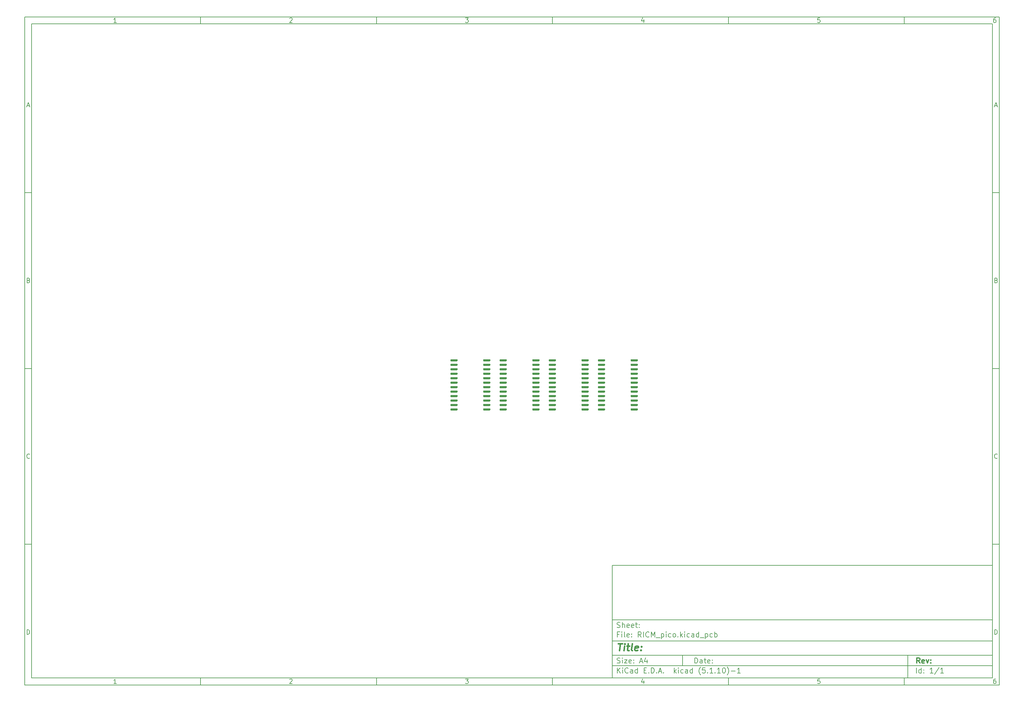
<source format=gtp>
%TF.GenerationSoftware,KiCad,Pcbnew,(5.1.10)-1*%
%TF.CreationDate,2021-07-11T23:03:33-04:00*%
%TF.ProjectId,RICM_pico,5249434d-5f70-4696-936f-2e6b69636164,rev?*%
%TF.SameCoordinates,Original*%
%TF.FileFunction,Paste,Top*%
%TF.FilePolarity,Positive*%
%FSLAX46Y46*%
G04 Gerber Fmt 4.6, Leading zero omitted, Abs format (unit mm)*
G04 Created by KiCad (PCBNEW (5.1.10)-1) date 2021-07-11 23:03:33*
%MOMM*%
%LPD*%
G01*
G04 APERTURE LIST*
%ADD10C,0.100000*%
%ADD11C,0.150000*%
%ADD12C,0.300000*%
%ADD13C,0.400000*%
G04 APERTURE END LIST*
D10*
D11*
X177002200Y-166007200D02*
X177002200Y-198007200D01*
X285002200Y-198007200D01*
X285002200Y-166007200D01*
X177002200Y-166007200D01*
D10*
D11*
X10000000Y-10000000D02*
X10000000Y-200007200D01*
X287002200Y-200007200D01*
X287002200Y-10000000D01*
X10000000Y-10000000D01*
D10*
D11*
X12000000Y-12000000D02*
X12000000Y-198007200D01*
X285002200Y-198007200D01*
X285002200Y-12000000D01*
X12000000Y-12000000D01*
D10*
D11*
X60000000Y-12000000D02*
X60000000Y-10000000D01*
D10*
D11*
X110000000Y-12000000D02*
X110000000Y-10000000D01*
D10*
D11*
X160000000Y-12000000D02*
X160000000Y-10000000D01*
D10*
D11*
X210000000Y-12000000D02*
X210000000Y-10000000D01*
D10*
D11*
X260000000Y-12000000D02*
X260000000Y-10000000D01*
D10*
D11*
X36065476Y-11588095D02*
X35322619Y-11588095D01*
X35694047Y-11588095D02*
X35694047Y-10288095D01*
X35570238Y-10473809D01*
X35446428Y-10597619D01*
X35322619Y-10659523D01*
D10*
D11*
X85322619Y-10411904D02*
X85384523Y-10350000D01*
X85508333Y-10288095D01*
X85817857Y-10288095D01*
X85941666Y-10350000D01*
X86003571Y-10411904D01*
X86065476Y-10535714D01*
X86065476Y-10659523D01*
X86003571Y-10845238D01*
X85260714Y-11588095D01*
X86065476Y-11588095D01*
D10*
D11*
X135260714Y-10288095D02*
X136065476Y-10288095D01*
X135632142Y-10783333D01*
X135817857Y-10783333D01*
X135941666Y-10845238D01*
X136003571Y-10907142D01*
X136065476Y-11030952D01*
X136065476Y-11340476D01*
X136003571Y-11464285D01*
X135941666Y-11526190D01*
X135817857Y-11588095D01*
X135446428Y-11588095D01*
X135322619Y-11526190D01*
X135260714Y-11464285D01*
D10*
D11*
X185941666Y-10721428D02*
X185941666Y-11588095D01*
X185632142Y-10226190D02*
X185322619Y-11154761D01*
X186127380Y-11154761D01*
D10*
D11*
X236003571Y-10288095D02*
X235384523Y-10288095D01*
X235322619Y-10907142D01*
X235384523Y-10845238D01*
X235508333Y-10783333D01*
X235817857Y-10783333D01*
X235941666Y-10845238D01*
X236003571Y-10907142D01*
X236065476Y-11030952D01*
X236065476Y-11340476D01*
X236003571Y-11464285D01*
X235941666Y-11526190D01*
X235817857Y-11588095D01*
X235508333Y-11588095D01*
X235384523Y-11526190D01*
X235322619Y-11464285D01*
D10*
D11*
X285941666Y-10288095D02*
X285694047Y-10288095D01*
X285570238Y-10350000D01*
X285508333Y-10411904D01*
X285384523Y-10597619D01*
X285322619Y-10845238D01*
X285322619Y-11340476D01*
X285384523Y-11464285D01*
X285446428Y-11526190D01*
X285570238Y-11588095D01*
X285817857Y-11588095D01*
X285941666Y-11526190D01*
X286003571Y-11464285D01*
X286065476Y-11340476D01*
X286065476Y-11030952D01*
X286003571Y-10907142D01*
X285941666Y-10845238D01*
X285817857Y-10783333D01*
X285570238Y-10783333D01*
X285446428Y-10845238D01*
X285384523Y-10907142D01*
X285322619Y-11030952D01*
D10*
D11*
X60000000Y-198007200D02*
X60000000Y-200007200D01*
D10*
D11*
X110000000Y-198007200D02*
X110000000Y-200007200D01*
D10*
D11*
X160000000Y-198007200D02*
X160000000Y-200007200D01*
D10*
D11*
X210000000Y-198007200D02*
X210000000Y-200007200D01*
D10*
D11*
X260000000Y-198007200D02*
X260000000Y-200007200D01*
D10*
D11*
X36065476Y-199595295D02*
X35322619Y-199595295D01*
X35694047Y-199595295D02*
X35694047Y-198295295D01*
X35570238Y-198481009D01*
X35446428Y-198604819D01*
X35322619Y-198666723D01*
D10*
D11*
X85322619Y-198419104D02*
X85384523Y-198357200D01*
X85508333Y-198295295D01*
X85817857Y-198295295D01*
X85941666Y-198357200D01*
X86003571Y-198419104D01*
X86065476Y-198542914D01*
X86065476Y-198666723D01*
X86003571Y-198852438D01*
X85260714Y-199595295D01*
X86065476Y-199595295D01*
D10*
D11*
X135260714Y-198295295D02*
X136065476Y-198295295D01*
X135632142Y-198790533D01*
X135817857Y-198790533D01*
X135941666Y-198852438D01*
X136003571Y-198914342D01*
X136065476Y-199038152D01*
X136065476Y-199347676D01*
X136003571Y-199471485D01*
X135941666Y-199533390D01*
X135817857Y-199595295D01*
X135446428Y-199595295D01*
X135322619Y-199533390D01*
X135260714Y-199471485D01*
D10*
D11*
X185941666Y-198728628D02*
X185941666Y-199595295D01*
X185632142Y-198233390D02*
X185322619Y-199161961D01*
X186127380Y-199161961D01*
D10*
D11*
X236003571Y-198295295D02*
X235384523Y-198295295D01*
X235322619Y-198914342D01*
X235384523Y-198852438D01*
X235508333Y-198790533D01*
X235817857Y-198790533D01*
X235941666Y-198852438D01*
X236003571Y-198914342D01*
X236065476Y-199038152D01*
X236065476Y-199347676D01*
X236003571Y-199471485D01*
X235941666Y-199533390D01*
X235817857Y-199595295D01*
X235508333Y-199595295D01*
X235384523Y-199533390D01*
X235322619Y-199471485D01*
D10*
D11*
X285941666Y-198295295D02*
X285694047Y-198295295D01*
X285570238Y-198357200D01*
X285508333Y-198419104D01*
X285384523Y-198604819D01*
X285322619Y-198852438D01*
X285322619Y-199347676D01*
X285384523Y-199471485D01*
X285446428Y-199533390D01*
X285570238Y-199595295D01*
X285817857Y-199595295D01*
X285941666Y-199533390D01*
X286003571Y-199471485D01*
X286065476Y-199347676D01*
X286065476Y-199038152D01*
X286003571Y-198914342D01*
X285941666Y-198852438D01*
X285817857Y-198790533D01*
X285570238Y-198790533D01*
X285446428Y-198852438D01*
X285384523Y-198914342D01*
X285322619Y-199038152D01*
D10*
D11*
X10000000Y-60000000D02*
X12000000Y-60000000D01*
D10*
D11*
X10000000Y-110000000D02*
X12000000Y-110000000D01*
D10*
D11*
X10000000Y-160000000D02*
X12000000Y-160000000D01*
D10*
D11*
X10690476Y-35216666D02*
X11309523Y-35216666D01*
X10566666Y-35588095D02*
X11000000Y-34288095D01*
X11433333Y-35588095D01*
D10*
D11*
X11092857Y-84907142D02*
X11278571Y-84969047D01*
X11340476Y-85030952D01*
X11402380Y-85154761D01*
X11402380Y-85340476D01*
X11340476Y-85464285D01*
X11278571Y-85526190D01*
X11154761Y-85588095D01*
X10659523Y-85588095D01*
X10659523Y-84288095D01*
X11092857Y-84288095D01*
X11216666Y-84350000D01*
X11278571Y-84411904D01*
X11340476Y-84535714D01*
X11340476Y-84659523D01*
X11278571Y-84783333D01*
X11216666Y-84845238D01*
X11092857Y-84907142D01*
X10659523Y-84907142D01*
D10*
D11*
X11402380Y-135464285D02*
X11340476Y-135526190D01*
X11154761Y-135588095D01*
X11030952Y-135588095D01*
X10845238Y-135526190D01*
X10721428Y-135402380D01*
X10659523Y-135278571D01*
X10597619Y-135030952D01*
X10597619Y-134845238D01*
X10659523Y-134597619D01*
X10721428Y-134473809D01*
X10845238Y-134350000D01*
X11030952Y-134288095D01*
X11154761Y-134288095D01*
X11340476Y-134350000D01*
X11402380Y-134411904D01*
D10*
D11*
X10659523Y-185588095D02*
X10659523Y-184288095D01*
X10969047Y-184288095D01*
X11154761Y-184350000D01*
X11278571Y-184473809D01*
X11340476Y-184597619D01*
X11402380Y-184845238D01*
X11402380Y-185030952D01*
X11340476Y-185278571D01*
X11278571Y-185402380D01*
X11154761Y-185526190D01*
X10969047Y-185588095D01*
X10659523Y-185588095D01*
D10*
D11*
X287002200Y-60000000D02*
X285002200Y-60000000D01*
D10*
D11*
X287002200Y-110000000D02*
X285002200Y-110000000D01*
D10*
D11*
X287002200Y-160000000D02*
X285002200Y-160000000D01*
D10*
D11*
X285692676Y-35216666D02*
X286311723Y-35216666D01*
X285568866Y-35588095D02*
X286002200Y-34288095D01*
X286435533Y-35588095D01*
D10*
D11*
X286095057Y-84907142D02*
X286280771Y-84969047D01*
X286342676Y-85030952D01*
X286404580Y-85154761D01*
X286404580Y-85340476D01*
X286342676Y-85464285D01*
X286280771Y-85526190D01*
X286156961Y-85588095D01*
X285661723Y-85588095D01*
X285661723Y-84288095D01*
X286095057Y-84288095D01*
X286218866Y-84350000D01*
X286280771Y-84411904D01*
X286342676Y-84535714D01*
X286342676Y-84659523D01*
X286280771Y-84783333D01*
X286218866Y-84845238D01*
X286095057Y-84907142D01*
X285661723Y-84907142D01*
D10*
D11*
X286404580Y-135464285D02*
X286342676Y-135526190D01*
X286156961Y-135588095D01*
X286033152Y-135588095D01*
X285847438Y-135526190D01*
X285723628Y-135402380D01*
X285661723Y-135278571D01*
X285599819Y-135030952D01*
X285599819Y-134845238D01*
X285661723Y-134597619D01*
X285723628Y-134473809D01*
X285847438Y-134350000D01*
X286033152Y-134288095D01*
X286156961Y-134288095D01*
X286342676Y-134350000D01*
X286404580Y-134411904D01*
D10*
D11*
X285661723Y-185588095D02*
X285661723Y-184288095D01*
X285971247Y-184288095D01*
X286156961Y-184350000D01*
X286280771Y-184473809D01*
X286342676Y-184597619D01*
X286404580Y-184845238D01*
X286404580Y-185030952D01*
X286342676Y-185278571D01*
X286280771Y-185402380D01*
X286156961Y-185526190D01*
X285971247Y-185588095D01*
X285661723Y-185588095D01*
D10*
D11*
X200434342Y-193785771D02*
X200434342Y-192285771D01*
X200791485Y-192285771D01*
X201005771Y-192357200D01*
X201148628Y-192500057D01*
X201220057Y-192642914D01*
X201291485Y-192928628D01*
X201291485Y-193142914D01*
X201220057Y-193428628D01*
X201148628Y-193571485D01*
X201005771Y-193714342D01*
X200791485Y-193785771D01*
X200434342Y-193785771D01*
X202577200Y-193785771D02*
X202577200Y-193000057D01*
X202505771Y-192857200D01*
X202362914Y-192785771D01*
X202077200Y-192785771D01*
X201934342Y-192857200D01*
X202577200Y-193714342D02*
X202434342Y-193785771D01*
X202077200Y-193785771D01*
X201934342Y-193714342D01*
X201862914Y-193571485D01*
X201862914Y-193428628D01*
X201934342Y-193285771D01*
X202077200Y-193214342D01*
X202434342Y-193214342D01*
X202577200Y-193142914D01*
X203077200Y-192785771D02*
X203648628Y-192785771D01*
X203291485Y-192285771D02*
X203291485Y-193571485D01*
X203362914Y-193714342D01*
X203505771Y-193785771D01*
X203648628Y-193785771D01*
X204720057Y-193714342D02*
X204577200Y-193785771D01*
X204291485Y-193785771D01*
X204148628Y-193714342D01*
X204077200Y-193571485D01*
X204077200Y-193000057D01*
X204148628Y-192857200D01*
X204291485Y-192785771D01*
X204577200Y-192785771D01*
X204720057Y-192857200D01*
X204791485Y-193000057D01*
X204791485Y-193142914D01*
X204077200Y-193285771D01*
X205434342Y-193642914D02*
X205505771Y-193714342D01*
X205434342Y-193785771D01*
X205362914Y-193714342D01*
X205434342Y-193642914D01*
X205434342Y-193785771D01*
X205434342Y-192857200D02*
X205505771Y-192928628D01*
X205434342Y-193000057D01*
X205362914Y-192928628D01*
X205434342Y-192857200D01*
X205434342Y-193000057D01*
D10*
D11*
X177002200Y-194507200D02*
X285002200Y-194507200D01*
D10*
D11*
X178434342Y-196585771D02*
X178434342Y-195085771D01*
X179291485Y-196585771D02*
X178648628Y-195728628D01*
X179291485Y-195085771D02*
X178434342Y-195942914D01*
X179934342Y-196585771D02*
X179934342Y-195585771D01*
X179934342Y-195085771D02*
X179862914Y-195157200D01*
X179934342Y-195228628D01*
X180005771Y-195157200D01*
X179934342Y-195085771D01*
X179934342Y-195228628D01*
X181505771Y-196442914D02*
X181434342Y-196514342D01*
X181220057Y-196585771D01*
X181077200Y-196585771D01*
X180862914Y-196514342D01*
X180720057Y-196371485D01*
X180648628Y-196228628D01*
X180577200Y-195942914D01*
X180577200Y-195728628D01*
X180648628Y-195442914D01*
X180720057Y-195300057D01*
X180862914Y-195157200D01*
X181077200Y-195085771D01*
X181220057Y-195085771D01*
X181434342Y-195157200D01*
X181505771Y-195228628D01*
X182791485Y-196585771D02*
X182791485Y-195800057D01*
X182720057Y-195657200D01*
X182577200Y-195585771D01*
X182291485Y-195585771D01*
X182148628Y-195657200D01*
X182791485Y-196514342D02*
X182648628Y-196585771D01*
X182291485Y-196585771D01*
X182148628Y-196514342D01*
X182077200Y-196371485D01*
X182077200Y-196228628D01*
X182148628Y-196085771D01*
X182291485Y-196014342D01*
X182648628Y-196014342D01*
X182791485Y-195942914D01*
X184148628Y-196585771D02*
X184148628Y-195085771D01*
X184148628Y-196514342D02*
X184005771Y-196585771D01*
X183720057Y-196585771D01*
X183577200Y-196514342D01*
X183505771Y-196442914D01*
X183434342Y-196300057D01*
X183434342Y-195871485D01*
X183505771Y-195728628D01*
X183577200Y-195657200D01*
X183720057Y-195585771D01*
X184005771Y-195585771D01*
X184148628Y-195657200D01*
X186005771Y-195800057D02*
X186505771Y-195800057D01*
X186720057Y-196585771D02*
X186005771Y-196585771D01*
X186005771Y-195085771D01*
X186720057Y-195085771D01*
X187362914Y-196442914D02*
X187434342Y-196514342D01*
X187362914Y-196585771D01*
X187291485Y-196514342D01*
X187362914Y-196442914D01*
X187362914Y-196585771D01*
X188077200Y-196585771D02*
X188077200Y-195085771D01*
X188434342Y-195085771D01*
X188648628Y-195157200D01*
X188791485Y-195300057D01*
X188862914Y-195442914D01*
X188934342Y-195728628D01*
X188934342Y-195942914D01*
X188862914Y-196228628D01*
X188791485Y-196371485D01*
X188648628Y-196514342D01*
X188434342Y-196585771D01*
X188077200Y-196585771D01*
X189577200Y-196442914D02*
X189648628Y-196514342D01*
X189577200Y-196585771D01*
X189505771Y-196514342D01*
X189577200Y-196442914D01*
X189577200Y-196585771D01*
X190220057Y-196157200D02*
X190934342Y-196157200D01*
X190077200Y-196585771D02*
X190577200Y-195085771D01*
X191077200Y-196585771D01*
X191577200Y-196442914D02*
X191648628Y-196514342D01*
X191577200Y-196585771D01*
X191505771Y-196514342D01*
X191577200Y-196442914D01*
X191577200Y-196585771D01*
X194577200Y-196585771D02*
X194577200Y-195085771D01*
X194720057Y-196014342D02*
X195148628Y-196585771D01*
X195148628Y-195585771D02*
X194577200Y-196157200D01*
X195791485Y-196585771D02*
X195791485Y-195585771D01*
X195791485Y-195085771D02*
X195720057Y-195157200D01*
X195791485Y-195228628D01*
X195862914Y-195157200D01*
X195791485Y-195085771D01*
X195791485Y-195228628D01*
X197148628Y-196514342D02*
X197005771Y-196585771D01*
X196720057Y-196585771D01*
X196577200Y-196514342D01*
X196505771Y-196442914D01*
X196434342Y-196300057D01*
X196434342Y-195871485D01*
X196505771Y-195728628D01*
X196577200Y-195657200D01*
X196720057Y-195585771D01*
X197005771Y-195585771D01*
X197148628Y-195657200D01*
X198434342Y-196585771D02*
X198434342Y-195800057D01*
X198362914Y-195657200D01*
X198220057Y-195585771D01*
X197934342Y-195585771D01*
X197791485Y-195657200D01*
X198434342Y-196514342D02*
X198291485Y-196585771D01*
X197934342Y-196585771D01*
X197791485Y-196514342D01*
X197720057Y-196371485D01*
X197720057Y-196228628D01*
X197791485Y-196085771D01*
X197934342Y-196014342D01*
X198291485Y-196014342D01*
X198434342Y-195942914D01*
X199791485Y-196585771D02*
X199791485Y-195085771D01*
X199791485Y-196514342D02*
X199648628Y-196585771D01*
X199362914Y-196585771D01*
X199220057Y-196514342D01*
X199148628Y-196442914D01*
X199077200Y-196300057D01*
X199077200Y-195871485D01*
X199148628Y-195728628D01*
X199220057Y-195657200D01*
X199362914Y-195585771D01*
X199648628Y-195585771D01*
X199791485Y-195657200D01*
X202077200Y-197157200D02*
X202005771Y-197085771D01*
X201862914Y-196871485D01*
X201791485Y-196728628D01*
X201720057Y-196514342D01*
X201648628Y-196157200D01*
X201648628Y-195871485D01*
X201720057Y-195514342D01*
X201791485Y-195300057D01*
X201862914Y-195157200D01*
X202005771Y-194942914D01*
X202077200Y-194871485D01*
X203362914Y-195085771D02*
X202648628Y-195085771D01*
X202577200Y-195800057D01*
X202648628Y-195728628D01*
X202791485Y-195657200D01*
X203148628Y-195657200D01*
X203291485Y-195728628D01*
X203362914Y-195800057D01*
X203434342Y-195942914D01*
X203434342Y-196300057D01*
X203362914Y-196442914D01*
X203291485Y-196514342D01*
X203148628Y-196585771D01*
X202791485Y-196585771D01*
X202648628Y-196514342D01*
X202577200Y-196442914D01*
X204077200Y-196442914D02*
X204148628Y-196514342D01*
X204077200Y-196585771D01*
X204005771Y-196514342D01*
X204077200Y-196442914D01*
X204077200Y-196585771D01*
X205577200Y-196585771D02*
X204720057Y-196585771D01*
X205148628Y-196585771D02*
X205148628Y-195085771D01*
X205005771Y-195300057D01*
X204862914Y-195442914D01*
X204720057Y-195514342D01*
X206220057Y-196442914D02*
X206291485Y-196514342D01*
X206220057Y-196585771D01*
X206148628Y-196514342D01*
X206220057Y-196442914D01*
X206220057Y-196585771D01*
X207720057Y-196585771D02*
X206862914Y-196585771D01*
X207291485Y-196585771D02*
X207291485Y-195085771D01*
X207148628Y-195300057D01*
X207005771Y-195442914D01*
X206862914Y-195514342D01*
X208648628Y-195085771D02*
X208791485Y-195085771D01*
X208934342Y-195157200D01*
X209005771Y-195228628D01*
X209077200Y-195371485D01*
X209148628Y-195657200D01*
X209148628Y-196014342D01*
X209077200Y-196300057D01*
X209005771Y-196442914D01*
X208934342Y-196514342D01*
X208791485Y-196585771D01*
X208648628Y-196585771D01*
X208505771Y-196514342D01*
X208434342Y-196442914D01*
X208362914Y-196300057D01*
X208291485Y-196014342D01*
X208291485Y-195657200D01*
X208362914Y-195371485D01*
X208434342Y-195228628D01*
X208505771Y-195157200D01*
X208648628Y-195085771D01*
X209648628Y-197157200D02*
X209720057Y-197085771D01*
X209862914Y-196871485D01*
X209934342Y-196728628D01*
X210005771Y-196514342D01*
X210077200Y-196157200D01*
X210077200Y-195871485D01*
X210005771Y-195514342D01*
X209934342Y-195300057D01*
X209862914Y-195157200D01*
X209720057Y-194942914D01*
X209648628Y-194871485D01*
X210791485Y-196014342D02*
X211934342Y-196014342D01*
X213434342Y-196585771D02*
X212577200Y-196585771D01*
X213005771Y-196585771D02*
X213005771Y-195085771D01*
X212862914Y-195300057D01*
X212720057Y-195442914D01*
X212577200Y-195514342D01*
D10*
D11*
X177002200Y-191507200D02*
X285002200Y-191507200D01*
D10*
D12*
X264411485Y-193785771D02*
X263911485Y-193071485D01*
X263554342Y-193785771D02*
X263554342Y-192285771D01*
X264125771Y-192285771D01*
X264268628Y-192357200D01*
X264340057Y-192428628D01*
X264411485Y-192571485D01*
X264411485Y-192785771D01*
X264340057Y-192928628D01*
X264268628Y-193000057D01*
X264125771Y-193071485D01*
X263554342Y-193071485D01*
X265625771Y-193714342D02*
X265482914Y-193785771D01*
X265197200Y-193785771D01*
X265054342Y-193714342D01*
X264982914Y-193571485D01*
X264982914Y-193000057D01*
X265054342Y-192857200D01*
X265197200Y-192785771D01*
X265482914Y-192785771D01*
X265625771Y-192857200D01*
X265697200Y-193000057D01*
X265697200Y-193142914D01*
X264982914Y-193285771D01*
X266197200Y-192785771D02*
X266554342Y-193785771D01*
X266911485Y-192785771D01*
X267482914Y-193642914D02*
X267554342Y-193714342D01*
X267482914Y-193785771D01*
X267411485Y-193714342D01*
X267482914Y-193642914D01*
X267482914Y-193785771D01*
X267482914Y-192857200D02*
X267554342Y-192928628D01*
X267482914Y-193000057D01*
X267411485Y-192928628D01*
X267482914Y-192857200D01*
X267482914Y-193000057D01*
D10*
D11*
X178362914Y-193714342D02*
X178577200Y-193785771D01*
X178934342Y-193785771D01*
X179077200Y-193714342D01*
X179148628Y-193642914D01*
X179220057Y-193500057D01*
X179220057Y-193357200D01*
X179148628Y-193214342D01*
X179077200Y-193142914D01*
X178934342Y-193071485D01*
X178648628Y-193000057D01*
X178505771Y-192928628D01*
X178434342Y-192857200D01*
X178362914Y-192714342D01*
X178362914Y-192571485D01*
X178434342Y-192428628D01*
X178505771Y-192357200D01*
X178648628Y-192285771D01*
X179005771Y-192285771D01*
X179220057Y-192357200D01*
X179862914Y-193785771D02*
X179862914Y-192785771D01*
X179862914Y-192285771D02*
X179791485Y-192357200D01*
X179862914Y-192428628D01*
X179934342Y-192357200D01*
X179862914Y-192285771D01*
X179862914Y-192428628D01*
X180434342Y-192785771D02*
X181220057Y-192785771D01*
X180434342Y-193785771D01*
X181220057Y-193785771D01*
X182362914Y-193714342D02*
X182220057Y-193785771D01*
X181934342Y-193785771D01*
X181791485Y-193714342D01*
X181720057Y-193571485D01*
X181720057Y-193000057D01*
X181791485Y-192857200D01*
X181934342Y-192785771D01*
X182220057Y-192785771D01*
X182362914Y-192857200D01*
X182434342Y-193000057D01*
X182434342Y-193142914D01*
X181720057Y-193285771D01*
X183077200Y-193642914D02*
X183148628Y-193714342D01*
X183077200Y-193785771D01*
X183005771Y-193714342D01*
X183077200Y-193642914D01*
X183077200Y-193785771D01*
X183077200Y-192857200D02*
X183148628Y-192928628D01*
X183077200Y-193000057D01*
X183005771Y-192928628D01*
X183077200Y-192857200D01*
X183077200Y-193000057D01*
X184862914Y-193357200D02*
X185577200Y-193357200D01*
X184720057Y-193785771D02*
X185220057Y-192285771D01*
X185720057Y-193785771D01*
X186862914Y-192785771D02*
X186862914Y-193785771D01*
X186505771Y-192214342D02*
X186148628Y-193285771D01*
X187077200Y-193285771D01*
D10*
D11*
X263434342Y-196585771D02*
X263434342Y-195085771D01*
X264791485Y-196585771D02*
X264791485Y-195085771D01*
X264791485Y-196514342D02*
X264648628Y-196585771D01*
X264362914Y-196585771D01*
X264220057Y-196514342D01*
X264148628Y-196442914D01*
X264077200Y-196300057D01*
X264077200Y-195871485D01*
X264148628Y-195728628D01*
X264220057Y-195657200D01*
X264362914Y-195585771D01*
X264648628Y-195585771D01*
X264791485Y-195657200D01*
X265505771Y-196442914D02*
X265577200Y-196514342D01*
X265505771Y-196585771D01*
X265434342Y-196514342D01*
X265505771Y-196442914D01*
X265505771Y-196585771D01*
X265505771Y-195657200D02*
X265577200Y-195728628D01*
X265505771Y-195800057D01*
X265434342Y-195728628D01*
X265505771Y-195657200D01*
X265505771Y-195800057D01*
X268148628Y-196585771D02*
X267291485Y-196585771D01*
X267720057Y-196585771D02*
X267720057Y-195085771D01*
X267577200Y-195300057D01*
X267434342Y-195442914D01*
X267291485Y-195514342D01*
X269862914Y-195014342D02*
X268577200Y-196942914D01*
X271148628Y-196585771D02*
X270291485Y-196585771D01*
X270720057Y-196585771D02*
X270720057Y-195085771D01*
X270577200Y-195300057D01*
X270434342Y-195442914D01*
X270291485Y-195514342D01*
D10*
D11*
X177002200Y-187507200D02*
X285002200Y-187507200D01*
D10*
D13*
X178714580Y-188211961D02*
X179857438Y-188211961D01*
X179036009Y-190211961D02*
X179286009Y-188211961D01*
X180274104Y-190211961D02*
X180440771Y-188878628D01*
X180524104Y-188211961D02*
X180416961Y-188307200D01*
X180500295Y-188402438D01*
X180607438Y-188307200D01*
X180524104Y-188211961D01*
X180500295Y-188402438D01*
X181107438Y-188878628D02*
X181869342Y-188878628D01*
X181476485Y-188211961D02*
X181262200Y-189926247D01*
X181333628Y-190116723D01*
X181512200Y-190211961D01*
X181702676Y-190211961D01*
X182655057Y-190211961D02*
X182476485Y-190116723D01*
X182405057Y-189926247D01*
X182619342Y-188211961D01*
X184190771Y-190116723D02*
X183988390Y-190211961D01*
X183607438Y-190211961D01*
X183428866Y-190116723D01*
X183357438Y-189926247D01*
X183452676Y-189164342D01*
X183571723Y-188973866D01*
X183774104Y-188878628D01*
X184155057Y-188878628D01*
X184333628Y-188973866D01*
X184405057Y-189164342D01*
X184381247Y-189354819D01*
X183405057Y-189545295D01*
X185155057Y-190021485D02*
X185238390Y-190116723D01*
X185131247Y-190211961D01*
X185047914Y-190116723D01*
X185155057Y-190021485D01*
X185131247Y-190211961D01*
X185286009Y-188973866D02*
X185369342Y-189069104D01*
X185262200Y-189164342D01*
X185178866Y-189069104D01*
X185286009Y-188973866D01*
X185262200Y-189164342D01*
D10*
D11*
X178934342Y-185600057D02*
X178434342Y-185600057D01*
X178434342Y-186385771D02*
X178434342Y-184885771D01*
X179148628Y-184885771D01*
X179720057Y-186385771D02*
X179720057Y-185385771D01*
X179720057Y-184885771D02*
X179648628Y-184957200D01*
X179720057Y-185028628D01*
X179791485Y-184957200D01*
X179720057Y-184885771D01*
X179720057Y-185028628D01*
X180648628Y-186385771D02*
X180505771Y-186314342D01*
X180434342Y-186171485D01*
X180434342Y-184885771D01*
X181791485Y-186314342D02*
X181648628Y-186385771D01*
X181362914Y-186385771D01*
X181220057Y-186314342D01*
X181148628Y-186171485D01*
X181148628Y-185600057D01*
X181220057Y-185457200D01*
X181362914Y-185385771D01*
X181648628Y-185385771D01*
X181791485Y-185457200D01*
X181862914Y-185600057D01*
X181862914Y-185742914D01*
X181148628Y-185885771D01*
X182505771Y-186242914D02*
X182577200Y-186314342D01*
X182505771Y-186385771D01*
X182434342Y-186314342D01*
X182505771Y-186242914D01*
X182505771Y-186385771D01*
X182505771Y-185457200D02*
X182577200Y-185528628D01*
X182505771Y-185600057D01*
X182434342Y-185528628D01*
X182505771Y-185457200D01*
X182505771Y-185600057D01*
X185220057Y-186385771D02*
X184720057Y-185671485D01*
X184362914Y-186385771D02*
X184362914Y-184885771D01*
X184934342Y-184885771D01*
X185077200Y-184957200D01*
X185148628Y-185028628D01*
X185220057Y-185171485D01*
X185220057Y-185385771D01*
X185148628Y-185528628D01*
X185077200Y-185600057D01*
X184934342Y-185671485D01*
X184362914Y-185671485D01*
X185862914Y-186385771D02*
X185862914Y-184885771D01*
X187434342Y-186242914D02*
X187362914Y-186314342D01*
X187148628Y-186385771D01*
X187005771Y-186385771D01*
X186791485Y-186314342D01*
X186648628Y-186171485D01*
X186577200Y-186028628D01*
X186505771Y-185742914D01*
X186505771Y-185528628D01*
X186577200Y-185242914D01*
X186648628Y-185100057D01*
X186791485Y-184957200D01*
X187005771Y-184885771D01*
X187148628Y-184885771D01*
X187362914Y-184957200D01*
X187434342Y-185028628D01*
X188077200Y-186385771D02*
X188077200Y-184885771D01*
X188577200Y-185957200D01*
X189077200Y-184885771D01*
X189077200Y-186385771D01*
X189434342Y-186528628D02*
X190577200Y-186528628D01*
X190934342Y-185385771D02*
X190934342Y-186885771D01*
X190934342Y-185457200D02*
X191077200Y-185385771D01*
X191362914Y-185385771D01*
X191505771Y-185457200D01*
X191577200Y-185528628D01*
X191648628Y-185671485D01*
X191648628Y-186100057D01*
X191577200Y-186242914D01*
X191505771Y-186314342D01*
X191362914Y-186385771D01*
X191077200Y-186385771D01*
X190934342Y-186314342D01*
X192291485Y-186385771D02*
X192291485Y-185385771D01*
X192291485Y-184885771D02*
X192220057Y-184957200D01*
X192291485Y-185028628D01*
X192362914Y-184957200D01*
X192291485Y-184885771D01*
X192291485Y-185028628D01*
X193648628Y-186314342D02*
X193505771Y-186385771D01*
X193220057Y-186385771D01*
X193077200Y-186314342D01*
X193005771Y-186242914D01*
X192934342Y-186100057D01*
X192934342Y-185671485D01*
X193005771Y-185528628D01*
X193077200Y-185457200D01*
X193220057Y-185385771D01*
X193505771Y-185385771D01*
X193648628Y-185457200D01*
X194505771Y-186385771D02*
X194362914Y-186314342D01*
X194291485Y-186242914D01*
X194220057Y-186100057D01*
X194220057Y-185671485D01*
X194291485Y-185528628D01*
X194362914Y-185457200D01*
X194505771Y-185385771D01*
X194720057Y-185385771D01*
X194862914Y-185457200D01*
X194934342Y-185528628D01*
X195005771Y-185671485D01*
X195005771Y-186100057D01*
X194934342Y-186242914D01*
X194862914Y-186314342D01*
X194720057Y-186385771D01*
X194505771Y-186385771D01*
X195648628Y-186242914D02*
X195720057Y-186314342D01*
X195648628Y-186385771D01*
X195577200Y-186314342D01*
X195648628Y-186242914D01*
X195648628Y-186385771D01*
X196362914Y-186385771D02*
X196362914Y-184885771D01*
X196505771Y-185814342D02*
X196934342Y-186385771D01*
X196934342Y-185385771D02*
X196362914Y-185957200D01*
X197577200Y-186385771D02*
X197577200Y-185385771D01*
X197577200Y-184885771D02*
X197505771Y-184957200D01*
X197577200Y-185028628D01*
X197648628Y-184957200D01*
X197577200Y-184885771D01*
X197577200Y-185028628D01*
X198934342Y-186314342D02*
X198791485Y-186385771D01*
X198505771Y-186385771D01*
X198362914Y-186314342D01*
X198291485Y-186242914D01*
X198220057Y-186100057D01*
X198220057Y-185671485D01*
X198291485Y-185528628D01*
X198362914Y-185457200D01*
X198505771Y-185385771D01*
X198791485Y-185385771D01*
X198934342Y-185457200D01*
X200220057Y-186385771D02*
X200220057Y-185600057D01*
X200148628Y-185457200D01*
X200005771Y-185385771D01*
X199720057Y-185385771D01*
X199577200Y-185457200D01*
X200220057Y-186314342D02*
X200077200Y-186385771D01*
X199720057Y-186385771D01*
X199577200Y-186314342D01*
X199505771Y-186171485D01*
X199505771Y-186028628D01*
X199577200Y-185885771D01*
X199720057Y-185814342D01*
X200077200Y-185814342D01*
X200220057Y-185742914D01*
X201577200Y-186385771D02*
X201577200Y-184885771D01*
X201577200Y-186314342D02*
X201434342Y-186385771D01*
X201148628Y-186385771D01*
X201005771Y-186314342D01*
X200934342Y-186242914D01*
X200862914Y-186100057D01*
X200862914Y-185671485D01*
X200934342Y-185528628D01*
X201005771Y-185457200D01*
X201148628Y-185385771D01*
X201434342Y-185385771D01*
X201577200Y-185457200D01*
X201934342Y-186528628D02*
X203077200Y-186528628D01*
X203434342Y-185385771D02*
X203434342Y-186885771D01*
X203434342Y-185457200D02*
X203577200Y-185385771D01*
X203862914Y-185385771D01*
X204005771Y-185457200D01*
X204077200Y-185528628D01*
X204148628Y-185671485D01*
X204148628Y-186100057D01*
X204077200Y-186242914D01*
X204005771Y-186314342D01*
X203862914Y-186385771D01*
X203577200Y-186385771D01*
X203434342Y-186314342D01*
X205434342Y-186314342D02*
X205291485Y-186385771D01*
X205005771Y-186385771D01*
X204862914Y-186314342D01*
X204791485Y-186242914D01*
X204720057Y-186100057D01*
X204720057Y-185671485D01*
X204791485Y-185528628D01*
X204862914Y-185457200D01*
X205005771Y-185385771D01*
X205291485Y-185385771D01*
X205434342Y-185457200D01*
X206077200Y-186385771D02*
X206077200Y-184885771D01*
X206077200Y-185457200D02*
X206220057Y-185385771D01*
X206505771Y-185385771D01*
X206648628Y-185457200D01*
X206720057Y-185528628D01*
X206791485Y-185671485D01*
X206791485Y-186100057D01*
X206720057Y-186242914D01*
X206648628Y-186314342D01*
X206505771Y-186385771D01*
X206220057Y-186385771D01*
X206077200Y-186314342D01*
D10*
D11*
X177002200Y-181507200D02*
X285002200Y-181507200D01*
D10*
D11*
X178362914Y-183614342D02*
X178577200Y-183685771D01*
X178934342Y-183685771D01*
X179077200Y-183614342D01*
X179148628Y-183542914D01*
X179220057Y-183400057D01*
X179220057Y-183257200D01*
X179148628Y-183114342D01*
X179077200Y-183042914D01*
X178934342Y-182971485D01*
X178648628Y-182900057D01*
X178505771Y-182828628D01*
X178434342Y-182757200D01*
X178362914Y-182614342D01*
X178362914Y-182471485D01*
X178434342Y-182328628D01*
X178505771Y-182257200D01*
X178648628Y-182185771D01*
X179005771Y-182185771D01*
X179220057Y-182257200D01*
X179862914Y-183685771D02*
X179862914Y-182185771D01*
X180505771Y-183685771D02*
X180505771Y-182900057D01*
X180434342Y-182757200D01*
X180291485Y-182685771D01*
X180077200Y-182685771D01*
X179934342Y-182757200D01*
X179862914Y-182828628D01*
X181791485Y-183614342D02*
X181648628Y-183685771D01*
X181362914Y-183685771D01*
X181220057Y-183614342D01*
X181148628Y-183471485D01*
X181148628Y-182900057D01*
X181220057Y-182757200D01*
X181362914Y-182685771D01*
X181648628Y-182685771D01*
X181791485Y-182757200D01*
X181862914Y-182900057D01*
X181862914Y-183042914D01*
X181148628Y-183185771D01*
X183077200Y-183614342D02*
X182934342Y-183685771D01*
X182648628Y-183685771D01*
X182505771Y-183614342D01*
X182434342Y-183471485D01*
X182434342Y-182900057D01*
X182505771Y-182757200D01*
X182648628Y-182685771D01*
X182934342Y-182685771D01*
X183077200Y-182757200D01*
X183148628Y-182900057D01*
X183148628Y-183042914D01*
X182434342Y-183185771D01*
X183577200Y-182685771D02*
X184148628Y-182685771D01*
X183791485Y-182185771D02*
X183791485Y-183471485D01*
X183862914Y-183614342D01*
X184005771Y-183685771D01*
X184148628Y-183685771D01*
X184648628Y-183542914D02*
X184720057Y-183614342D01*
X184648628Y-183685771D01*
X184577200Y-183614342D01*
X184648628Y-183542914D01*
X184648628Y-183685771D01*
X184648628Y-182757200D02*
X184720057Y-182828628D01*
X184648628Y-182900057D01*
X184577200Y-182828628D01*
X184648628Y-182757200D01*
X184648628Y-182900057D01*
D10*
D11*
X197002200Y-191507200D02*
X197002200Y-194507200D01*
D10*
D11*
X261002200Y-191507200D02*
X261002200Y-198007200D01*
%TO.C,U5*%
G36*
G01*
X170281000Y-121473000D02*
X170281000Y-121773000D01*
G75*
G02*
X170131000Y-121923000I-150000J0D01*
G01*
X168381000Y-121923000D01*
G75*
G02*
X168231000Y-121773000I0J150000D01*
G01*
X168231000Y-121473000D01*
G75*
G02*
X168381000Y-121323000I150000J0D01*
G01*
X170131000Y-121323000D01*
G75*
G02*
X170281000Y-121473000I0J-150000D01*
G01*
G37*
G36*
G01*
X170281000Y-120203000D02*
X170281000Y-120503000D01*
G75*
G02*
X170131000Y-120653000I-150000J0D01*
G01*
X168381000Y-120653000D01*
G75*
G02*
X168231000Y-120503000I0J150000D01*
G01*
X168231000Y-120203000D01*
G75*
G02*
X168381000Y-120053000I150000J0D01*
G01*
X170131000Y-120053000D01*
G75*
G02*
X170281000Y-120203000I0J-150000D01*
G01*
G37*
G36*
G01*
X170281000Y-118933000D02*
X170281000Y-119233000D01*
G75*
G02*
X170131000Y-119383000I-150000J0D01*
G01*
X168381000Y-119383000D01*
G75*
G02*
X168231000Y-119233000I0J150000D01*
G01*
X168231000Y-118933000D01*
G75*
G02*
X168381000Y-118783000I150000J0D01*
G01*
X170131000Y-118783000D01*
G75*
G02*
X170281000Y-118933000I0J-150000D01*
G01*
G37*
G36*
G01*
X170281000Y-117663000D02*
X170281000Y-117963000D01*
G75*
G02*
X170131000Y-118113000I-150000J0D01*
G01*
X168381000Y-118113000D01*
G75*
G02*
X168231000Y-117963000I0J150000D01*
G01*
X168231000Y-117663000D01*
G75*
G02*
X168381000Y-117513000I150000J0D01*
G01*
X170131000Y-117513000D01*
G75*
G02*
X170281000Y-117663000I0J-150000D01*
G01*
G37*
G36*
G01*
X170281000Y-116393000D02*
X170281000Y-116693000D01*
G75*
G02*
X170131000Y-116843000I-150000J0D01*
G01*
X168381000Y-116843000D01*
G75*
G02*
X168231000Y-116693000I0J150000D01*
G01*
X168231000Y-116393000D01*
G75*
G02*
X168381000Y-116243000I150000J0D01*
G01*
X170131000Y-116243000D01*
G75*
G02*
X170281000Y-116393000I0J-150000D01*
G01*
G37*
G36*
G01*
X170281000Y-115123000D02*
X170281000Y-115423000D01*
G75*
G02*
X170131000Y-115573000I-150000J0D01*
G01*
X168381000Y-115573000D01*
G75*
G02*
X168231000Y-115423000I0J150000D01*
G01*
X168231000Y-115123000D01*
G75*
G02*
X168381000Y-114973000I150000J0D01*
G01*
X170131000Y-114973000D01*
G75*
G02*
X170281000Y-115123000I0J-150000D01*
G01*
G37*
G36*
G01*
X170281000Y-113853000D02*
X170281000Y-114153000D01*
G75*
G02*
X170131000Y-114303000I-150000J0D01*
G01*
X168381000Y-114303000D01*
G75*
G02*
X168231000Y-114153000I0J150000D01*
G01*
X168231000Y-113853000D01*
G75*
G02*
X168381000Y-113703000I150000J0D01*
G01*
X170131000Y-113703000D01*
G75*
G02*
X170281000Y-113853000I0J-150000D01*
G01*
G37*
G36*
G01*
X170281000Y-112583000D02*
X170281000Y-112883000D01*
G75*
G02*
X170131000Y-113033000I-150000J0D01*
G01*
X168381000Y-113033000D01*
G75*
G02*
X168231000Y-112883000I0J150000D01*
G01*
X168231000Y-112583000D01*
G75*
G02*
X168381000Y-112433000I150000J0D01*
G01*
X170131000Y-112433000D01*
G75*
G02*
X170281000Y-112583000I0J-150000D01*
G01*
G37*
G36*
G01*
X170281000Y-111313000D02*
X170281000Y-111613000D01*
G75*
G02*
X170131000Y-111763000I-150000J0D01*
G01*
X168381000Y-111763000D01*
G75*
G02*
X168231000Y-111613000I0J150000D01*
G01*
X168231000Y-111313000D01*
G75*
G02*
X168381000Y-111163000I150000J0D01*
G01*
X170131000Y-111163000D01*
G75*
G02*
X170281000Y-111313000I0J-150000D01*
G01*
G37*
G36*
G01*
X170281000Y-110043000D02*
X170281000Y-110343000D01*
G75*
G02*
X170131000Y-110493000I-150000J0D01*
G01*
X168381000Y-110493000D01*
G75*
G02*
X168231000Y-110343000I0J150000D01*
G01*
X168231000Y-110043000D01*
G75*
G02*
X168381000Y-109893000I150000J0D01*
G01*
X170131000Y-109893000D01*
G75*
G02*
X170281000Y-110043000I0J-150000D01*
G01*
G37*
G36*
G01*
X170281000Y-108773000D02*
X170281000Y-109073000D01*
G75*
G02*
X170131000Y-109223000I-150000J0D01*
G01*
X168381000Y-109223000D01*
G75*
G02*
X168231000Y-109073000I0J150000D01*
G01*
X168231000Y-108773000D01*
G75*
G02*
X168381000Y-108623000I150000J0D01*
G01*
X170131000Y-108623000D01*
G75*
G02*
X170281000Y-108773000I0J-150000D01*
G01*
G37*
G36*
G01*
X170281000Y-107503000D02*
X170281000Y-107803000D01*
G75*
G02*
X170131000Y-107953000I-150000J0D01*
G01*
X168381000Y-107953000D01*
G75*
G02*
X168231000Y-107803000I0J150000D01*
G01*
X168231000Y-107503000D01*
G75*
G02*
X168381000Y-107353000I150000J0D01*
G01*
X170131000Y-107353000D01*
G75*
G02*
X170281000Y-107503000I0J-150000D01*
G01*
G37*
G36*
G01*
X160981000Y-107503000D02*
X160981000Y-107803000D01*
G75*
G02*
X160831000Y-107953000I-150000J0D01*
G01*
X159081000Y-107953000D01*
G75*
G02*
X158931000Y-107803000I0J150000D01*
G01*
X158931000Y-107503000D01*
G75*
G02*
X159081000Y-107353000I150000J0D01*
G01*
X160831000Y-107353000D01*
G75*
G02*
X160981000Y-107503000I0J-150000D01*
G01*
G37*
G36*
G01*
X160981000Y-108773000D02*
X160981000Y-109073000D01*
G75*
G02*
X160831000Y-109223000I-150000J0D01*
G01*
X159081000Y-109223000D01*
G75*
G02*
X158931000Y-109073000I0J150000D01*
G01*
X158931000Y-108773000D01*
G75*
G02*
X159081000Y-108623000I150000J0D01*
G01*
X160831000Y-108623000D01*
G75*
G02*
X160981000Y-108773000I0J-150000D01*
G01*
G37*
G36*
G01*
X160981000Y-110043000D02*
X160981000Y-110343000D01*
G75*
G02*
X160831000Y-110493000I-150000J0D01*
G01*
X159081000Y-110493000D01*
G75*
G02*
X158931000Y-110343000I0J150000D01*
G01*
X158931000Y-110043000D01*
G75*
G02*
X159081000Y-109893000I150000J0D01*
G01*
X160831000Y-109893000D01*
G75*
G02*
X160981000Y-110043000I0J-150000D01*
G01*
G37*
G36*
G01*
X160981000Y-111313000D02*
X160981000Y-111613000D01*
G75*
G02*
X160831000Y-111763000I-150000J0D01*
G01*
X159081000Y-111763000D01*
G75*
G02*
X158931000Y-111613000I0J150000D01*
G01*
X158931000Y-111313000D01*
G75*
G02*
X159081000Y-111163000I150000J0D01*
G01*
X160831000Y-111163000D01*
G75*
G02*
X160981000Y-111313000I0J-150000D01*
G01*
G37*
G36*
G01*
X160981000Y-112583000D02*
X160981000Y-112883000D01*
G75*
G02*
X160831000Y-113033000I-150000J0D01*
G01*
X159081000Y-113033000D01*
G75*
G02*
X158931000Y-112883000I0J150000D01*
G01*
X158931000Y-112583000D01*
G75*
G02*
X159081000Y-112433000I150000J0D01*
G01*
X160831000Y-112433000D01*
G75*
G02*
X160981000Y-112583000I0J-150000D01*
G01*
G37*
G36*
G01*
X160981000Y-113853000D02*
X160981000Y-114153000D01*
G75*
G02*
X160831000Y-114303000I-150000J0D01*
G01*
X159081000Y-114303000D01*
G75*
G02*
X158931000Y-114153000I0J150000D01*
G01*
X158931000Y-113853000D01*
G75*
G02*
X159081000Y-113703000I150000J0D01*
G01*
X160831000Y-113703000D01*
G75*
G02*
X160981000Y-113853000I0J-150000D01*
G01*
G37*
G36*
G01*
X160981000Y-115123000D02*
X160981000Y-115423000D01*
G75*
G02*
X160831000Y-115573000I-150000J0D01*
G01*
X159081000Y-115573000D01*
G75*
G02*
X158931000Y-115423000I0J150000D01*
G01*
X158931000Y-115123000D01*
G75*
G02*
X159081000Y-114973000I150000J0D01*
G01*
X160831000Y-114973000D01*
G75*
G02*
X160981000Y-115123000I0J-150000D01*
G01*
G37*
G36*
G01*
X160981000Y-116393000D02*
X160981000Y-116693000D01*
G75*
G02*
X160831000Y-116843000I-150000J0D01*
G01*
X159081000Y-116843000D01*
G75*
G02*
X158931000Y-116693000I0J150000D01*
G01*
X158931000Y-116393000D01*
G75*
G02*
X159081000Y-116243000I150000J0D01*
G01*
X160831000Y-116243000D01*
G75*
G02*
X160981000Y-116393000I0J-150000D01*
G01*
G37*
G36*
G01*
X160981000Y-117663000D02*
X160981000Y-117963000D01*
G75*
G02*
X160831000Y-118113000I-150000J0D01*
G01*
X159081000Y-118113000D01*
G75*
G02*
X158931000Y-117963000I0J150000D01*
G01*
X158931000Y-117663000D01*
G75*
G02*
X159081000Y-117513000I150000J0D01*
G01*
X160831000Y-117513000D01*
G75*
G02*
X160981000Y-117663000I0J-150000D01*
G01*
G37*
G36*
G01*
X160981000Y-118933000D02*
X160981000Y-119233000D01*
G75*
G02*
X160831000Y-119383000I-150000J0D01*
G01*
X159081000Y-119383000D01*
G75*
G02*
X158931000Y-119233000I0J150000D01*
G01*
X158931000Y-118933000D01*
G75*
G02*
X159081000Y-118783000I150000J0D01*
G01*
X160831000Y-118783000D01*
G75*
G02*
X160981000Y-118933000I0J-150000D01*
G01*
G37*
G36*
G01*
X160981000Y-120203000D02*
X160981000Y-120503000D01*
G75*
G02*
X160831000Y-120653000I-150000J0D01*
G01*
X159081000Y-120653000D01*
G75*
G02*
X158931000Y-120503000I0J150000D01*
G01*
X158931000Y-120203000D01*
G75*
G02*
X159081000Y-120053000I150000J0D01*
G01*
X160831000Y-120053000D01*
G75*
G02*
X160981000Y-120203000I0J-150000D01*
G01*
G37*
G36*
G01*
X160981000Y-121473000D02*
X160981000Y-121773000D01*
G75*
G02*
X160831000Y-121923000I-150000J0D01*
G01*
X159081000Y-121923000D01*
G75*
G02*
X158931000Y-121773000I0J150000D01*
G01*
X158931000Y-121473000D01*
G75*
G02*
X159081000Y-121323000I150000J0D01*
G01*
X160831000Y-121323000D01*
G75*
G02*
X160981000Y-121473000I0J-150000D01*
G01*
G37*
%TD*%
%TO.C,U4*%
G36*
G01*
X156311000Y-121473000D02*
X156311000Y-121773000D01*
G75*
G02*
X156161000Y-121923000I-150000J0D01*
G01*
X154411000Y-121923000D01*
G75*
G02*
X154261000Y-121773000I0J150000D01*
G01*
X154261000Y-121473000D01*
G75*
G02*
X154411000Y-121323000I150000J0D01*
G01*
X156161000Y-121323000D01*
G75*
G02*
X156311000Y-121473000I0J-150000D01*
G01*
G37*
G36*
G01*
X156311000Y-120203000D02*
X156311000Y-120503000D01*
G75*
G02*
X156161000Y-120653000I-150000J0D01*
G01*
X154411000Y-120653000D01*
G75*
G02*
X154261000Y-120503000I0J150000D01*
G01*
X154261000Y-120203000D01*
G75*
G02*
X154411000Y-120053000I150000J0D01*
G01*
X156161000Y-120053000D01*
G75*
G02*
X156311000Y-120203000I0J-150000D01*
G01*
G37*
G36*
G01*
X156311000Y-118933000D02*
X156311000Y-119233000D01*
G75*
G02*
X156161000Y-119383000I-150000J0D01*
G01*
X154411000Y-119383000D01*
G75*
G02*
X154261000Y-119233000I0J150000D01*
G01*
X154261000Y-118933000D01*
G75*
G02*
X154411000Y-118783000I150000J0D01*
G01*
X156161000Y-118783000D01*
G75*
G02*
X156311000Y-118933000I0J-150000D01*
G01*
G37*
G36*
G01*
X156311000Y-117663000D02*
X156311000Y-117963000D01*
G75*
G02*
X156161000Y-118113000I-150000J0D01*
G01*
X154411000Y-118113000D01*
G75*
G02*
X154261000Y-117963000I0J150000D01*
G01*
X154261000Y-117663000D01*
G75*
G02*
X154411000Y-117513000I150000J0D01*
G01*
X156161000Y-117513000D01*
G75*
G02*
X156311000Y-117663000I0J-150000D01*
G01*
G37*
G36*
G01*
X156311000Y-116393000D02*
X156311000Y-116693000D01*
G75*
G02*
X156161000Y-116843000I-150000J0D01*
G01*
X154411000Y-116843000D01*
G75*
G02*
X154261000Y-116693000I0J150000D01*
G01*
X154261000Y-116393000D01*
G75*
G02*
X154411000Y-116243000I150000J0D01*
G01*
X156161000Y-116243000D01*
G75*
G02*
X156311000Y-116393000I0J-150000D01*
G01*
G37*
G36*
G01*
X156311000Y-115123000D02*
X156311000Y-115423000D01*
G75*
G02*
X156161000Y-115573000I-150000J0D01*
G01*
X154411000Y-115573000D01*
G75*
G02*
X154261000Y-115423000I0J150000D01*
G01*
X154261000Y-115123000D01*
G75*
G02*
X154411000Y-114973000I150000J0D01*
G01*
X156161000Y-114973000D01*
G75*
G02*
X156311000Y-115123000I0J-150000D01*
G01*
G37*
G36*
G01*
X156311000Y-113853000D02*
X156311000Y-114153000D01*
G75*
G02*
X156161000Y-114303000I-150000J0D01*
G01*
X154411000Y-114303000D01*
G75*
G02*
X154261000Y-114153000I0J150000D01*
G01*
X154261000Y-113853000D01*
G75*
G02*
X154411000Y-113703000I150000J0D01*
G01*
X156161000Y-113703000D01*
G75*
G02*
X156311000Y-113853000I0J-150000D01*
G01*
G37*
G36*
G01*
X156311000Y-112583000D02*
X156311000Y-112883000D01*
G75*
G02*
X156161000Y-113033000I-150000J0D01*
G01*
X154411000Y-113033000D01*
G75*
G02*
X154261000Y-112883000I0J150000D01*
G01*
X154261000Y-112583000D01*
G75*
G02*
X154411000Y-112433000I150000J0D01*
G01*
X156161000Y-112433000D01*
G75*
G02*
X156311000Y-112583000I0J-150000D01*
G01*
G37*
G36*
G01*
X156311000Y-111313000D02*
X156311000Y-111613000D01*
G75*
G02*
X156161000Y-111763000I-150000J0D01*
G01*
X154411000Y-111763000D01*
G75*
G02*
X154261000Y-111613000I0J150000D01*
G01*
X154261000Y-111313000D01*
G75*
G02*
X154411000Y-111163000I150000J0D01*
G01*
X156161000Y-111163000D01*
G75*
G02*
X156311000Y-111313000I0J-150000D01*
G01*
G37*
G36*
G01*
X156311000Y-110043000D02*
X156311000Y-110343000D01*
G75*
G02*
X156161000Y-110493000I-150000J0D01*
G01*
X154411000Y-110493000D01*
G75*
G02*
X154261000Y-110343000I0J150000D01*
G01*
X154261000Y-110043000D01*
G75*
G02*
X154411000Y-109893000I150000J0D01*
G01*
X156161000Y-109893000D01*
G75*
G02*
X156311000Y-110043000I0J-150000D01*
G01*
G37*
G36*
G01*
X156311000Y-108773000D02*
X156311000Y-109073000D01*
G75*
G02*
X156161000Y-109223000I-150000J0D01*
G01*
X154411000Y-109223000D01*
G75*
G02*
X154261000Y-109073000I0J150000D01*
G01*
X154261000Y-108773000D01*
G75*
G02*
X154411000Y-108623000I150000J0D01*
G01*
X156161000Y-108623000D01*
G75*
G02*
X156311000Y-108773000I0J-150000D01*
G01*
G37*
G36*
G01*
X156311000Y-107503000D02*
X156311000Y-107803000D01*
G75*
G02*
X156161000Y-107953000I-150000J0D01*
G01*
X154411000Y-107953000D01*
G75*
G02*
X154261000Y-107803000I0J150000D01*
G01*
X154261000Y-107503000D01*
G75*
G02*
X154411000Y-107353000I150000J0D01*
G01*
X156161000Y-107353000D01*
G75*
G02*
X156311000Y-107503000I0J-150000D01*
G01*
G37*
G36*
G01*
X147011000Y-107503000D02*
X147011000Y-107803000D01*
G75*
G02*
X146861000Y-107953000I-150000J0D01*
G01*
X145111000Y-107953000D01*
G75*
G02*
X144961000Y-107803000I0J150000D01*
G01*
X144961000Y-107503000D01*
G75*
G02*
X145111000Y-107353000I150000J0D01*
G01*
X146861000Y-107353000D01*
G75*
G02*
X147011000Y-107503000I0J-150000D01*
G01*
G37*
G36*
G01*
X147011000Y-108773000D02*
X147011000Y-109073000D01*
G75*
G02*
X146861000Y-109223000I-150000J0D01*
G01*
X145111000Y-109223000D01*
G75*
G02*
X144961000Y-109073000I0J150000D01*
G01*
X144961000Y-108773000D01*
G75*
G02*
X145111000Y-108623000I150000J0D01*
G01*
X146861000Y-108623000D01*
G75*
G02*
X147011000Y-108773000I0J-150000D01*
G01*
G37*
G36*
G01*
X147011000Y-110043000D02*
X147011000Y-110343000D01*
G75*
G02*
X146861000Y-110493000I-150000J0D01*
G01*
X145111000Y-110493000D01*
G75*
G02*
X144961000Y-110343000I0J150000D01*
G01*
X144961000Y-110043000D01*
G75*
G02*
X145111000Y-109893000I150000J0D01*
G01*
X146861000Y-109893000D01*
G75*
G02*
X147011000Y-110043000I0J-150000D01*
G01*
G37*
G36*
G01*
X147011000Y-111313000D02*
X147011000Y-111613000D01*
G75*
G02*
X146861000Y-111763000I-150000J0D01*
G01*
X145111000Y-111763000D01*
G75*
G02*
X144961000Y-111613000I0J150000D01*
G01*
X144961000Y-111313000D01*
G75*
G02*
X145111000Y-111163000I150000J0D01*
G01*
X146861000Y-111163000D01*
G75*
G02*
X147011000Y-111313000I0J-150000D01*
G01*
G37*
G36*
G01*
X147011000Y-112583000D02*
X147011000Y-112883000D01*
G75*
G02*
X146861000Y-113033000I-150000J0D01*
G01*
X145111000Y-113033000D01*
G75*
G02*
X144961000Y-112883000I0J150000D01*
G01*
X144961000Y-112583000D01*
G75*
G02*
X145111000Y-112433000I150000J0D01*
G01*
X146861000Y-112433000D01*
G75*
G02*
X147011000Y-112583000I0J-150000D01*
G01*
G37*
G36*
G01*
X147011000Y-113853000D02*
X147011000Y-114153000D01*
G75*
G02*
X146861000Y-114303000I-150000J0D01*
G01*
X145111000Y-114303000D01*
G75*
G02*
X144961000Y-114153000I0J150000D01*
G01*
X144961000Y-113853000D01*
G75*
G02*
X145111000Y-113703000I150000J0D01*
G01*
X146861000Y-113703000D01*
G75*
G02*
X147011000Y-113853000I0J-150000D01*
G01*
G37*
G36*
G01*
X147011000Y-115123000D02*
X147011000Y-115423000D01*
G75*
G02*
X146861000Y-115573000I-150000J0D01*
G01*
X145111000Y-115573000D01*
G75*
G02*
X144961000Y-115423000I0J150000D01*
G01*
X144961000Y-115123000D01*
G75*
G02*
X145111000Y-114973000I150000J0D01*
G01*
X146861000Y-114973000D01*
G75*
G02*
X147011000Y-115123000I0J-150000D01*
G01*
G37*
G36*
G01*
X147011000Y-116393000D02*
X147011000Y-116693000D01*
G75*
G02*
X146861000Y-116843000I-150000J0D01*
G01*
X145111000Y-116843000D01*
G75*
G02*
X144961000Y-116693000I0J150000D01*
G01*
X144961000Y-116393000D01*
G75*
G02*
X145111000Y-116243000I150000J0D01*
G01*
X146861000Y-116243000D01*
G75*
G02*
X147011000Y-116393000I0J-150000D01*
G01*
G37*
G36*
G01*
X147011000Y-117663000D02*
X147011000Y-117963000D01*
G75*
G02*
X146861000Y-118113000I-150000J0D01*
G01*
X145111000Y-118113000D01*
G75*
G02*
X144961000Y-117963000I0J150000D01*
G01*
X144961000Y-117663000D01*
G75*
G02*
X145111000Y-117513000I150000J0D01*
G01*
X146861000Y-117513000D01*
G75*
G02*
X147011000Y-117663000I0J-150000D01*
G01*
G37*
G36*
G01*
X147011000Y-118933000D02*
X147011000Y-119233000D01*
G75*
G02*
X146861000Y-119383000I-150000J0D01*
G01*
X145111000Y-119383000D01*
G75*
G02*
X144961000Y-119233000I0J150000D01*
G01*
X144961000Y-118933000D01*
G75*
G02*
X145111000Y-118783000I150000J0D01*
G01*
X146861000Y-118783000D01*
G75*
G02*
X147011000Y-118933000I0J-150000D01*
G01*
G37*
G36*
G01*
X147011000Y-120203000D02*
X147011000Y-120503000D01*
G75*
G02*
X146861000Y-120653000I-150000J0D01*
G01*
X145111000Y-120653000D01*
G75*
G02*
X144961000Y-120503000I0J150000D01*
G01*
X144961000Y-120203000D01*
G75*
G02*
X145111000Y-120053000I150000J0D01*
G01*
X146861000Y-120053000D01*
G75*
G02*
X147011000Y-120203000I0J-150000D01*
G01*
G37*
G36*
G01*
X147011000Y-121473000D02*
X147011000Y-121773000D01*
G75*
G02*
X146861000Y-121923000I-150000J0D01*
G01*
X145111000Y-121923000D01*
G75*
G02*
X144961000Y-121773000I0J150000D01*
G01*
X144961000Y-121473000D01*
G75*
G02*
X145111000Y-121323000I150000J0D01*
G01*
X146861000Y-121323000D01*
G75*
G02*
X147011000Y-121473000I0J-150000D01*
G01*
G37*
%TD*%
%TO.C,U3*%
G36*
G01*
X142341000Y-121473000D02*
X142341000Y-121773000D01*
G75*
G02*
X142191000Y-121923000I-150000J0D01*
G01*
X140441000Y-121923000D01*
G75*
G02*
X140291000Y-121773000I0J150000D01*
G01*
X140291000Y-121473000D01*
G75*
G02*
X140441000Y-121323000I150000J0D01*
G01*
X142191000Y-121323000D01*
G75*
G02*
X142341000Y-121473000I0J-150000D01*
G01*
G37*
G36*
G01*
X142341000Y-120203000D02*
X142341000Y-120503000D01*
G75*
G02*
X142191000Y-120653000I-150000J0D01*
G01*
X140441000Y-120653000D01*
G75*
G02*
X140291000Y-120503000I0J150000D01*
G01*
X140291000Y-120203000D01*
G75*
G02*
X140441000Y-120053000I150000J0D01*
G01*
X142191000Y-120053000D01*
G75*
G02*
X142341000Y-120203000I0J-150000D01*
G01*
G37*
G36*
G01*
X142341000Y-118933000D02*
X142341000Y-119233000D01*
G75*
G02*
X142191000Y-119383000I-150000J0D01*
G01*
X140441000Y-119383000D01*
G75*
G02*
X140291000Y-119233000I0J150000D01*
G01*
X140291000Y-118933000D01*
G75*
G02*
X140441000Y-118783000I150000J0D01*
G01*
X142191000Y-118783000D01*
G75*
G02*
X142341000Y-118933000I0J-150000D01*
G01*
G37*
G36*
G01*
X142341000Y-117663000D02*
X142341000Y-117963000D01*
G75*
G02*
X142191000Y-118113000I-150000J0D01*
G01*
X140441000Y-118113000D01*
G75*
G02*
X140291000Y-117963000I0J150000D01*
G01*
X140291000Y-117663000D01*
G75*
G02*
X140441000Y-117513000I150000J0D01*
G01*
X142191000Y-117513000D01*
G75*
G02*
X142341000Y-117663000I0J-150000D01*
G01*
G37*
G36*
G01*
X142341000Y-116393000D02*
X142341000Y-116693000D01*
G75*
G02*
X142191000Y-116843000I-150000J0D01*
G01*
X140441000Y-116843000D01*
G75*
G02*
X140291000Y-116693000I0J150000D01*
G01*
X140291000Y-116393000D01*
G75*
G02*
X140441000Y-116243000I150000J0D01*
G01*
X142191000Y-116243000D01*
G75*
G02*
X142341000Y-116393000I0J-150000D01*
G01*
G37*
G36*
G01*
X142341000Y-115123000D02*
X142341000Y-115423000D01*
G75*
G02*
X142191000Y-115573000I-150000J0D01*
G01*
X140441000Y-115573000D01*
G75*
G02*
X140291000Y-115423000I0J150000D01*
G01*
X140291000Y-115123000D01*
G75*
G02*
X140441000Y-114973000I150000J0D01*
G01*
X142191000Y-114973000D01*
G75*
G02*
X142341000Y-115123000I0J-150000D01*
G01*
G37*
G36*
G01*
X142341000Y-113853000D02*
X142341000Y-114153000D01*
G75*
G02*
X142191000Y-114303000I-150000J0D01*
G01*
X140441000Y-114303000D01*
G75*
G02*
X140291000Y-114153000I0J150000D01*
G01*
X140291000Y-113853000D01*
G75*
G02*
X140441000Y-113703000I150000J0D01*
G01*
X142191000Y-113703000D01*
G75*
G02*
X142341000Y-113853000I0J-150000D01*
G01*
G37*
G36*
G01*
X142341000Y-112583000D02*
X142341000Y-112883000D01*
G75*
G02*
X142191000Y-113033000I-150000J0D01*
G01*
X140441000Y-113033000D01*
G75*
G02*
X140291000Y-112883000I0J150000D01*
G01*
X140291000Y-112583000D01*
G75*
G02*
X140441000Y-112433000I150000J0D01*
G01*
X142191000Y-112433000D01*
G75*
G02*
X142341000Y-112583000I0J-150000D01*
G01*
G37*
G36*
G01*
X142341000Y-111313000D02*
X142341000Y-111613000D01*
G75*
G02*
X142191000Y-111763000I-150000J0D01*
G01*
X140441000Y-111763000D01*
G75*
G02*
X140291000Y-111613000I0J150000D01*
G01*
X140291000Y-111313000D01*
G75*
G02*
X140441000Y-111163000I150000J0D01*
G01*
X142191000Y-111163000D01*
G75*
G02*
X142341000Y-111313000I0J-150000D01*
G01*
G37*
G36*
G01*
X142341000Y-110043000D02*
X142341000Y-110343000D01*
G75*
G02*
X142191000Y-110493000I-150000J0D01*
G01*
X140441000Y-110493000D01*
G75*
G02*
X140291000Y-110343000I0J150000D01*
G01*
X140291000Y-110043000D01*
G75*
G02*
X140441000Y-109893000I150000J0D01*
G01*
X142191000Y-109893000D01*
G75*
G02*
X142341000Y-110043000I0J-150000D01*
G01*
G37*
G36*
G01*
X142341000Y-108773000D02*
X142341000Y-109073000D01*
G75*
G02*
X142191000Y-109223000I-150000J0D01*
G01*
X140441000Y-109223000D01*
G75*
G02*
X140291000Y-109073000I0J150000D01*
G01*
X140291000Y-108773000D01*
G75*
G02*
X140441000Y-108623000I150000J0D01*
G01*
X142191000Y-108623000D01*
G75*
G02*
X142341000Y-108773000I0J-150000D01*
G01*
G37*
G36*
G01*
X142341000Y-107503000D02*
X142341000Y-107803000D01*
G75*
G02*
X142191000Y-107953000I-150000J0D01*
G01*
X140441000Y-107953000D01*
G75*
G02*
X140291000Y-107803000I0J150000D01*
G01*
X140291000Y-107503000D01*
G75*
G02*
X140441000Y-107353000I150000J0D01*
G01*
X142191000Y-107353000D01*
G75*
G02*
X142341000Y-107503000I0J-150000D01*
G01*
G37*
G36*
G01*
X133041000Y-107503000D02*
X133041000Y-107803000D01*
G75*
G02*
X132891000Y-107953000I-150000J0D01*
G01*
X131141000Y-107953000D01*
G75*
G02*
X130991000Y-107803000I0J150000D01*
G01*
X130991000Y-107503000D01*
G75*
G02*
X131141000Y-107353000I150000J0D01*
G01*
X132891000Y-107353000D01*
G75*
G02*
X133041000Y-107503000I0J-150000D01*
G01*
G37*
G36*
G01*
X133041000Y-108773000D02*
X133041000Y-109073000D01*
G75*
G02*
X132891000Y-109223000I-150000J0D01*
G01*
X131141000Y-109223000D01*
G75*
G02*
X130991000Y-109073000I0J150000D01*
G01*
X130991000Y-108773000D01*
G75*
G02*
X131141000Y-108623000I150000J0D01*
G01*
X132891000Y-108623000D01*
G75*
G02*
X133041000Y-108773000I0J-150000D01*
G01*
G37*
G36*
G01*
X133041000Y-110043000D02*
X133041000Y-110343000D01*
G75*
G02*
X132891000Y-110493000I-150000J0D01*
G01*
X131141000Y-110493000D01*
G75*
G02*
X130991000Y-110343000I0J150000D01*
G01*
X130991000Y-110043000D01*
G75*
G02*
X131141000Y-109893000I150000J0D01*
G01*
X132891000Y-109893000D01*
G75*
G02*
X133041000Y-110043000I0J-150000D01*
G01*
G37*
G36*
G01*
X133041000Y-111313000D02*
X133041000Y-111613000D01*
G75*
G02*
X132891000Y-111763000I-150000J0D01*
G01*
X131141000Y-111763000D01*
G75*
G02*
X130991000Y-111613000I0J150000D01*
G01*
X130991000Y-111313000D01*
G75*
G02*
X131141000Y-111163000I150000J0D01*
G01*
X132891000Y-111163000D01*
G75*
G02*
X133041000Y-111313000I0J-150000D01*
G01*
G37*
G36*
G01*
X133041000Y-112583000D02*
X133041000Y-112883000D01*
G75*
G02*
X132891000Y-113033000I-150000J0D01*
G01*
X131141000Y-113033000D01*
G75*
G02*
X130991000Y-112883000I0J150000D01*
G01*
X130991000Y-112583000D01*
G75*
G02*
X131141000Y-112433000I150000J0D01*
G01*
X132891000Y-112433000D01*
G75*
G02*
X133041000Y-112583000I0J-150000D01*
G01*
G37*
G36*
G01*
X133041000Y-113853000D02*
X133041000Y-114153000D01*
G75*
G02*
X132891000Y-114303000I-150000J0D01*
G01*
X131141000Y-114303000D01*
G75*
G02*
X130991000Y-114153000I0J150000D01*
G01*
X130991000Y-113853000D01*
G75*
G02*
X131141000Y-113703000I150000J0D01*
G01*
X132891000Y-113703000D01*
G75*
G02*
X133041000Y-113853000I0J-150000D01*
G01*
G37*
G36*
G01*
X133041000Y-115123000D02*
X133041000Y-115423000D01*
G75*
G02*
X132891000Y-115573000I-150000J0D01*
G01*
X131141000Y-115573000D01*
G75*
G02*
X130991000Y-115423000I0J150000D01*
G01*
X130991000Y-115123000D01*
G75*
G02*
X131141000Y-114973000I150000J0D01*
G01*
X132891000Y-114973000D01*
G75*
G02*
X133041000Y-115123000I0J-150000D01*
G01*
G37*
G36*
G01*
X133041000Y-116393000D02*
X133041000Y-116693000D01*
G75*
G02*
X132891000Y-116843000I-150000J0D01*
G01*
X131141000Y-116843000D01*
G75*
G02*
X130991000Y-116693000I0J150000D01*
G01*
X130991000Y-116393000D01*
G75*
G02*
X131141000Y-116243000I150000J0D01*
G01*
X132891000Y-116243000D01*
G75*
G02*
X133041000Y-116393000I0J-150000D01*
G01*
G37*
G36*
G01*
X133041000Y-117663000D02*
X133041000Y-117963000D01*
G75*
G02*
X132891000Y-118113000I-150000J0D01*
G01*
X131141000Y-118113000D01*
G75*
G02*
X130991000Y-117963000I0J150000D01*
G01*
X130991000Y-117663000D01*
G75*
G02*
X131141000Y-117513000I150000J0D01*
G01*
X132891000Y-117513000D01*
G75*
G02*
X133041000Y-117663000I0J-150000D01*
G01*
G37*
G36*
G01*
X133041000Y-118933000D02*
X133041000Y-119233000D01*
G75*
G02*
X132891000Y-119383000I-150000J0D01*
G01*
X131141000Y-119383000D01*
G75*
G02*
X130991000Y-119233000I0J150000D01*
G01*
X130991000Y-118933000D01*
G75*
G02*
X131141000Y-118783000I150000J0D01*
G01*
X132891000Y-118783000D01*
G75*
G02*
X133041000Y-118933000I0J-150000D01*
G01*
G37*
G36*
G01*
X133041000Y-120203000D02*
X133041000Y-120503000D01*
G75*
G02*
X132891000Y-120653000I-150000J0D01*
G01*
X131141000Y-120653000D01*
G75*
G02*
X130991000Y-120503000I0J150000D01*
G01*
X130991000Y-120203000D01*
G75*
G02*
X131141000Y-120053000I150000J0D01*
G01*
X132891000Y-120053000D01*
G75*
G02*
X133041000Y-120203000I0J-150000D01*
G01*
G37*
G36*
G01*
X133041000Y-121473000D02*
X133041000Y-121773000D01*
G75*
G02*
X132891000Y-121923000I-150000J0D01*
G01*
X131141000Y-121923000D01*
G75*
G02*
X130991000Y-121773000I0J150000D01*
G01*
X130991000Y-121473000D01*
G75*
G02*
X131141000Y-121323000I150000J0D01*
G01*
X132891000Y-121323000D01*
G75*
G02*
X133041000Y-121473000I0J-150000D01*
G01*
G37*
%TD*%
%TO.C,U2*%
G36*
G01*
X184251000Y-121473000D02*
X184251000Y-121773000D01*
G75*
G02*
X184101000Y-121923000I-150000J0D01*
G01*
X182351000Y-121923000D01*
G75*
G02*
X182201000Y-121773000I0J150000D01*
G01*
X182201000Y-121473000D01*
G75*
G02*
X182351000Y-121323000I150000J0D01*
G01*
X184101000Y-121323000D01*
G75*
G02*
X184251000Y-121473000I0J-150000D01*
G01*
G37*
G36*
G01*
X184251000Y-120203000D02*
X184251000Y-120503000D01*
G75*
G02*
X184101000Y-120653000I-150000J0D01*
G01*
X182351000Y-120653000D01*
G75*
G02*
X182201000Y-120503000I0J150000D01*
G01*
X182201000Y-120203000D01*
G75*
G02*
X182351000Y-120053000I150000J0D01*
G01*
X184101000Y-120053000D01*
G75*
G02*
X184251000Y-120203000I0J-150000D01*
G01*
G37*
G36*
G01*
X184251000Y-118933000D02*
X184251000Y-119233000D01*
G75*
G02*
X184101000Y-119383000I-150000J0D01*
G01*
X182351000Y-119383000D01*
G75*
G02*
X182201000Y-119233000I0J150000D01*
G01*
X182201000Y-118933000D01*
G75*
G02*
X182351000Y-118783000I150000J0D01*
G01*
X184101000Y-118783000D01*
G75*
G02*
X184251000Y-118933000I0J-150000D01*
G01*
G37*
G36*
G01*
X184251000Y-117663000D02*
X184251000Y-117963000D01*
G75*
G02*
X184101000Y-118113000I-150000J0D01*
G01*
X182351000Y-118113000D01*
G75*
G02*
X182201000Y-117963000I0J150000D01*
G01*
X182201000Y-117663000D01*
G75*
G02*
X182351000Y-117513000I150000J0D01*
G01*
X184101000Y-117513000D01*
G75*
G02*
X184251000Y-117663000I0J-150000D01*
G01*
G37*
G36*
G01*
X184251000Y-116393000D02*
X184251000Y-116693000D01*
G75*
G02*
X184101000Y-116843000I-150000J0D01*
G01*
X182351000Y-116843000D01*
G75*
G02*
X182201000Y-116693000I0J150000D01*
G01*
X182201000Y-116393000D01*
G75*
G02*
X182351000Y-116243000I150000J0D01*
G01*
X184101000Y-116243000D01*
G75*
G02*
X184251000Y-116393000I0J-150000D01*
G01*
G37*
G36*
G01*
X184251000Y-115123000D02*
X184251000Y-115423000D01*
G75*
G02*
X184101000Y-115573000I-150000J0D01*
G01*
X182351000Y-115573000D01*
G75*
G02*
X182201000Y-115423000I0J150000D01*
G01*
X182201000Y-115123000D01*
G75*
G02*
X182351000Y-114973000I150000J0D01*
G01*
X184101000Y-114973000D01*
G75*
G02*
X184251000Y-115123000I0J-150000D01*
G01*
G37*
G36*
G01*
X184251000Y-113853000D02*
X184251000Y-114153000D01*
G75*
G02*
X184101000Y-114303000I-150000J0D01*
G01*
X182351000Y-114303000D01*
G75*
G02*
X182201000Y-114153000I0J150000D01*
G01*
X182201000Y-113853000D01*
G75*
G02*
X182351000Y-113703000I150000J0D01*
G01*
X184101000Y-113703000D01*
G75*
G02*
X184251000Y-113853000I0J-150000D01*
G01*
G37*
G36*
G01*
X184251000Y-112583000D02*
X184251000Y-112883000D01*
G75*
G02*
X184101000Y-113033000I-150000J0D01*
G01*
X182351000Y-113033000D01*
G75*
G02*
X182201000Y-112883000I0J150000D01*
G01*
X182201000Y-112583000D01*
G75*
G02*
X182351000Y-112433000I150000J0D01*
G01*
X184101000Y-112433000D01*
G75*
G02*
X184251000Y-112583000I0J-150000D01*
G01*
G37*
G36*
G01*
X184251000Y-111313000D02*
X184251000Y-111613000D01*
G75*
G02*
X184101000Y-111763000I-150000J0D01*
G01*
X182351000Y-111763000D01*
G75*
G02*
X182201000Y-111613000I0J150000D01*
G01*
X182201000Y-111313000D01*
G75*
G02*
X182351000Y-111163000I150000J0D01*
G01*
X184101000Y-111163000D01*
G75*
G02*
X184251000Y-111313000I0J-150000D01*
G01*
G37*
G36*
G01*
X184251000Y-110043000D02*
X184251000Y-110343000D01*
G75*
G02*
X184101000Y-110493000I-150000J0D01*
G01*
X182351000Y-110493000D01*
G75*
G02*
X182201000Y-110343000I0J150000D01*
G01*
X182201000Y-110043000D01*
G75*
G02*
X182351000Y-109893000I150000J0D01*
G01*
X184101000Y-109893000D01*
G75*
G02*
X184251000Y-110043000I0J-150000D01*
G01*
G37*
G36*
G01*
X184251000Y-108773000D02*
X184251000Y-109073000D01*
G75*
G02*
X184101000Y-109223000I-150000J0D01*
G01*
X182351000Y-109223000D01*
G75*
G02*
X182201000Y-109073000I0J150000D01*
G01*
X182201000Y-108773000D01*
G75*
G02*
X182351000Y-108623000I150000J0D01*
G01*
X184101000Y-108623000D01*
G75*
G02*
X184251000Y-108773000I0J-150000D01*
G01*
G37*
G36*
G01*
X184251000Y-107503000D02*
X184251000Y-107803000D01*
G75*
G02*
X184101000Y-107953000I-150000J0D01*
G01*
X182351000Y-107953000D01*
G75*
G02*
X182201000Y-107803000I0J150000D01*
G01*
X182201000Y-107503000D01*
G75*
G02*
X182351000Y-107353000I150000J0D01*
G01*
X184101000Y-107353000D01*
G75*
G02*
X184251000Y-107503000I0J-150000D01*
G01*
G37*
G36*
G01*
X174951000Y-107503000D02*
X174951000Y-107803000D01*
G75*
G02*
X174801000Y-107953000I-150000J0D01*
G01*
X173051000Y-107953000D01*
G75*
G02*
X172901000Y-107803000I0J150000D01*
G01*
X172901000Y-107503000D01*
G75*
G02*
X173051000Y-107353000I150000J0D01*
G01*
X174801000Y-107353000D01*
G75*
G02*
X174951000Y-107503000I0J-150000D01*
G01*
G37*
G36*
G01*
X174951000Y-108773000D02*
X174951000Y-109073000D01*
G75*
G02*
X174801000Y-109223000I-150000J0D01*
G01*
X173051000Y-109223000D01*
G75*
G02*
X172901000Y-109073000I0J150000D01*
G01*
X172901000Y-108773000D01*
G75*
G02*
X173051000Y-108623000I150000J0D01*
G01*
X174801000Y-108623000D01*
G75*
G02*
X174951000Y-108773000I0J-150000D01*
G01*
G37*
G36*
G01*
X174951000Y-110043000D02*
X174951000Y-110343000D01*
G75*
G02*
X174801000Y-110493000I-150000J0D01*
G01*
X173051000Y-110493000D01*
G75*
G02*
X172901000Y-110343000I0J150000D01*
G01*
X172901000Y-110043000D01*
G75*
G02*
X173051000Y-109893000I150000J0D01*
G01*
X174801000Y-109893000D01*
G75*
G02*
X174951000Y-110043000I0J-150000D01*
G01*
G37*
G36*
G01*
X174951000Y-111313000D02*
X174951000Y-111613000D01*
G75*
G02*
X174801000Y-111763000I-150000J0D01*
G01*
X173051000Y-111763000D01*
G75*
G02*
X172901000Y-111613000I0J150000D01*
G01*
X172901000Y-111313000D01*
G75*
G02*
X173051000Y-111163000I150000J0D01*
G01*
X174801000Y-111163000D01*
G75*
G02*
X174951000Y-111313000I0J-150000D01*
G01*
G37*
G36*
G01*
X174951000Y-112583000D02*
X174951000Y-112883000D01*
G75*
G02*
X174801000Y-113033000I-150000J0D01*
G01*
X173051000Y-113033000D01*
G75*
G02*
X172901000Y-112883000I0J150000D01*
G01*
X172901000Y-112583000D01*
G75*
G02*
X173051000Y-112433000I150000J0D01*
G01*
X174801000Y-112433000D01*
G75*
G02*
X174951000Y-112583000I0J-150000D01*
G01*
G37*
G36*
G01*
X174951000Y-113853000D02*
X174951000Y-114153000D01*
G75*
G02*
X174801000Y-114303000I-150000J0D01*
G01*
X173051000Y-114303000D01*
G75*
G02*
X172901000Y-114153000I0J150000D01*
G01*
X172901000Y-113853000D01*
G75*
G02*
X173051000Y-113703000I150000J0D01*
G01*
X174801000Y-113703000D01*
G75*
G02*
X174951000Y-113853000I0J-150000D01*
G01*
G37*
G36*
G01*
X174951000Y-115123000D02*
X174951000Y-115423000D01*
G75*
G02*
X174801000Y-115573000I-150000J0D01*
G01*
X173051000Y-115573000D01*
G75*
G02*
X172901000Y-115423000I0J150000D01*
G01*
X172901000Y-115123000D01*
G75*
G02*
X173051000Y-114973000I150000J0D01*
G01*
X174801000Y-114973000D01*
G75*
G02*
X174951000Y-115123000I0J-150000D01*
G01*
G37*
G36*
G01*
X174951000Y-116393000D02*
X174951000Y-116693000D01*
G75*
G02*
X174801000Y-116843000I-150000J0D01*
G01*
X173051000Y-116843000D01*
G75*
G02*
X172901000Y-116693000I0J150000D01*
G01*
X172901000Y-116393000D01*
G75*
G02*
X173051000Y-116243000I150000J0D01*
G01*
X174801000Y-116243000D01*
G75*
G02*
X174951000Y-116393000I0J-150000D01*
G01*
G37*
G36*
G01*
X174951000Y-117663000D02*
X174951000Y-117963000D01*
G75*
G02*
X174801000Y-118113000I-150000J0D01*
G01*
X173051000Y-118113000D01*
G75*
G02*
X172901000Y-117963000I0J150000D01*
G01*
X172901000Y-117663000D01*
G75*
G02*
X173051000Y-117513000I150000J0D01*
G01*
X174801000Y-117513000D01*
G75*
G02*
X174951000Y-117663000I0J-150000D01*
G01*
G37*
G36*
G01*
X174951000Y-118933000D02*
X174951000Y-119233000D01*
G75*
G02*
X174801000Y-119383000I-150000J0D01*
G01*
X173051000Y-119383000D01*
G75*
G02*
X172901000Y-119233000I0J150000D01*
G01*
X172901000Y-118933000D01*
G75*
G02*
X173051000Y-118783000I150000J0D01*
G01*
X174801000Y-118783000D01*
G75*
G02*
X174951000Y-118933000I0J-150000D01*
G01*
G37*
G36*
G01*
X174951000Y-120203000D02*
X174951000Y-120503000D01*
G75*
G02*
X174801000Y-120653000I-150000J0D01*
G01*
X173051000Y-120653000D01*
G75*
G02*
X172901000Y-120503000I0J150000D01*
G01*
X172901000Y-120203000D01*
G75*
G02*
X173051000Y-120053000I150000J0D01*
G01*
X174801000Y-120053000D01*
G75*
G02*
X174951000Y-120203000I0J-150000D01*
G01*
G37*
G36*
G01*
X174951000Y-121473000D02*
X174951000Y-121773000D01*
G75*
G02*
X174801000Y-121923000I-150000J0D01*
G01*
X173051000Y-121923000D01*
G75*
G02*
X172901000Y-121773000I0J150000D01*
G01*
X172901000Y-121473000D01*
G75*
G02*
X173051000Y-121323000I150000J0D01*
G01*
X174801000Y-121323000D01*
G75*
G02*
X174951000Y-121473000I0J-150000D01*
G01*
G37*
%TD*%
M02*

</source>
